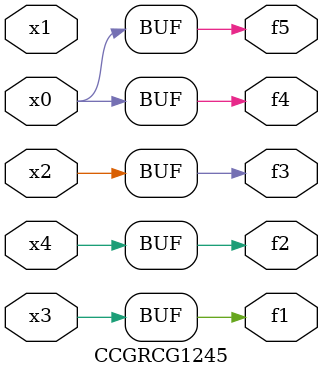
<source format=v>
module CCGRCG1245(
	input x0, x1, x2, x3, x4,
	output f1, f2, f3, f4, f5
);
	assign f1 = x3;
	assign f2 = x4;
	assign f3 = x2;
	assign f4 = x0;
	assign f5 = x0;
endmodule

</source>
